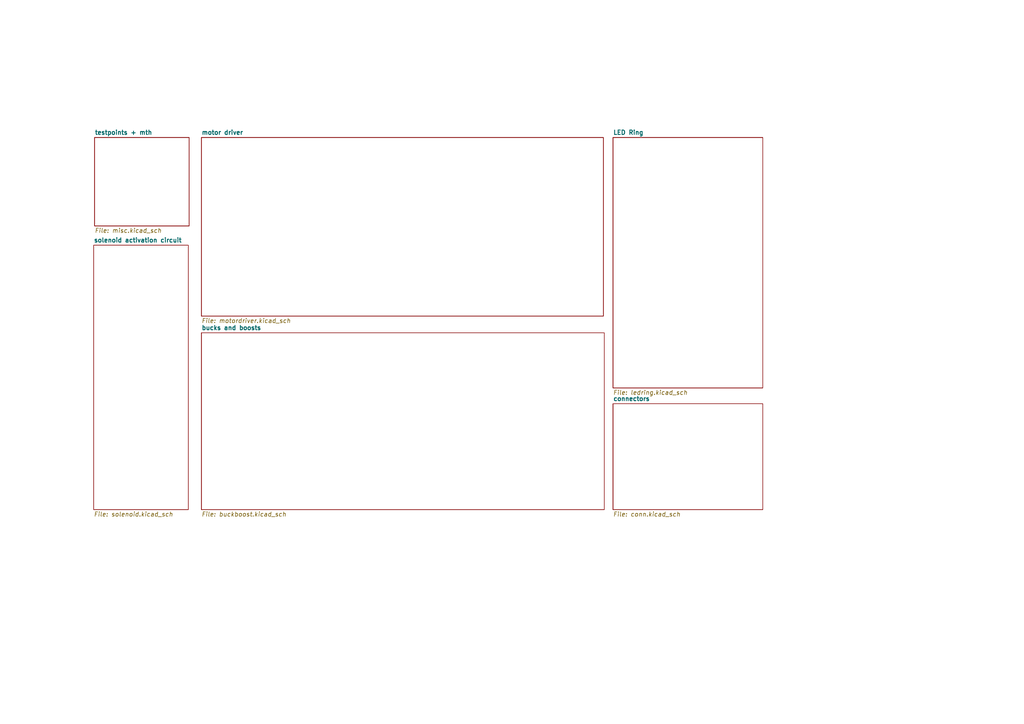
<source format=kicad_sch>
(kicad_sch
	(version 20231120)
	(generator "eeschema")
	(generator_version "8.0")
	(uuid "42f1a342-2581-49f6-a220-6ea8add89dfb")
	(paper "A4")
	(title_block
		(title "Sentinels-93 2025 Robocup Bot Layer 1 ")
		(rev "v1.0")
	)
	(lib_symbols)
	(rectangle
		(start 465.074 62.23)
		(end 572.008 123.952)
		(stroke
			(width 0)
			(type default)
		)
		(fill
			(type none)
		)
		(uuid e9e66e46-6685-45f1-ad53-222938edc32a)
	)
	(text "caps"
		(exclude_from_sim no)
		(at 468.122 122.174 0)
		(effects
			(font
				(size 1.27 1.27)
			)
		)
		(uuid "6b7d35d5-8a14-4e57-917d-3a6fb128e532")
	)
	(sheet
		(at 27.432 39.878)
		(size 27.432 25.654)
		(fields_autoplaced yes)
		(stroke
			(width 0.1524)
			(type solid)
		)
		(fill
			(color 0 0 0 0.0000)
		)
		(uuid "004bf2f0-5be6-4cf6-b522-1a039eb2d17e")
		(property "Sheetname" "testpoints + mth"
			(at 27.432 39.1664 0)
			(effects
				(font
					(size 1.27 1.27)
					(bold yes)
				)
				(justify left bottom)
			)
		)
		(property "Sheetfile" "misc.kicad_sch"
			(at 27.432 66.1166 0)
			(effects
				(font
					(size 1.27 1.27)
					(italic yes)
				)
				(justify left top)
			)
		)
		(instances
			(project "2025l1"
				(path "/42f1a342-2581-49f6-a220-6ea8add89dfb"
					(page "3")
				)
			)
		)
	)
	(sheet
		(at 58.42 96.52)
		(size 116.84 51.308)
		(fields_autoplaced yes)
		(stroke
			(width 0.1524)
			(type solid)
		)
		(fill
			(color 0 0 0 0.0000)
		)
		(uuid "16e5a10f-6121-427d-870d-aa3cfdca5a89")
		(property "Sheetname" "bucks and boosts"
			(at 58.42 95.8084 0)
			(effects
				(font
					(size 1.27 1.27)
					(bold yes)
				)
				(justify left bottom)
			)
		)
		(property "Sheetfile" "buckboost.kicad_sch"
			(at 58.42 148.4126 0)
			(effects
				(font
					(size 1.27 1.27)
					(italic yes)
				)
				(justify left top)
			)
		)
		(instances
			(project "2025l1"
				(path "/42f1a342-2581-49f6-a220-6ea8add89dfb"
					(page "6")
				)
			)
		)
	)
	(sheet
		(at 27.178 71.12)
		(size 27.432 76.708)
		(fields_autoplaced yes)
		(stroke
			(width 0.1524)
			(type solid)
		)
		(fill
			(color 0 0 0 0.0000)
		)
		(uuid "2141b66e-45d0-43fd-aaef-c9fd4e16da7c")
		(property "Sheetname" "solenoid activation circuit"
			(at 27.178 70.4084 0)
			(effects
				(font
					(size 1.27 1.27)
					(bold yes)
				)
				(justify left bottom)
			)
		)
		(property "Sheetfile" "solenoid.kicad_sch"
			(at 27.178 148.4126 0)
			(effects
				(font
					(size 1.27 1.27)
					(italic yes)
				)
				(justify left top)
			)
		)
		(instances
			(project "2025l1"
				(path "/42f1a342-2581-49f6-a220-6ea8add89dfb"
					(page "5")
				)
			)
		)
	)
	(sheet
		(at 58.42 39.878)
		(size 116.586 51.816)
		(fields_autoplaced yes)
		(stroke
			(width 0.1524)
			(type solid)
		)
		(fill
			(color 0 0 0 0.0000)
		)
		(uuid "45619254-ffcb-46eb-88cc-2b3982ce97b1")
		(property "Sheetname" "motor driver"
			(at 58.42 39.1664 0)
			(effects
				(font
					(size 1.27 1.27)
					(bold yes)
				)
				(justify left bottom)
			)
		)
		(property "Sheetfile" "motordriver.kicad_sch"
			(at 58.42 92.2786 0)
			(effects
				(font
					(size 1.27 1.27)
					(italic yes)
				)
				(justify left top)
			)
		)
		(instances
			(project "2025l1"
				(path "/42f1a342-2581-49f6-a220-6ea8add89dfb"
					(page "4")
				)
			)
		)
	)
	(sheet
		(at 177.8 117.094)
		(size 43.434 30.734)
		(fields_autoplaced yes)
		(stroke
			(width 0.1524)
			(type solid)
		)
		(fill
			(color 0 0 0 0.0000)
		)
		(uuid "7286fdaa-cee7-4fd5-abf8-28df2496ca38")
		(property "Sheetname" "connectors"
			(at 177.8 116.3824 0)
			(effects
				(font
					(size 1.27 1.27)
					(bold yes)
				)
				(justify left bottom)
			)
		)
		(property "Sheetfile" "conn.kicad_sch"
			(at 177.8 148.4126 0)
			(effects
				(font
					(size 1.27 1.27)
					(italic yes)
				)
				(justify left top)
			)
		)
		(instances
			(project "2025l1"
				(path "/42f1a342-2581-49f6-a220-6ea8add89dfb"
					(page "8")
				)
			)
		)
	)
	(sheet
		(at 177.8 39.878)
		(size 43.434 72.644)
		(fields_autoplaced yes)
		(stroke
			(width 0.1524)
			(type solid)
		)
		(fill
			(color 0 0 0 0.0000)
		)
		(uuid "c64c4b1b-d73d-4041-97d2-d557e1412053")
		(property "Sheetname" "LED Ring"
			(at 177.8 39.1664 0)
			(effects
				(font
					(size 1.27 1.27)
					(bold yes)
				)
				(justify left bottom)
			)
		)
		(property "Sheetfile" "ledring.kicad_sch"
			(at 177.8 113.1066 0)
			(effects
				(font
					(size 1.27 1.27)
					(italic yes)
				)
				(justify left top)
			)
		)
		(instances
			(project "2025l1"
				(path "/42f1a342-2581-49f6-a220-6ea8add89dfb"
					(page "7")
				)
			)
		)
	)
	(sheet_instances
		(path "/"
			(page "1")
		)
	)
)
</source>
